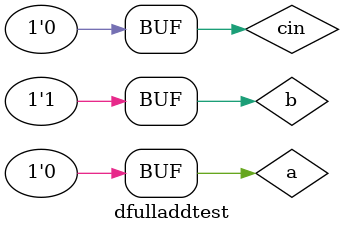
<source format=v>
`timescale 1ns / 1ps


module dfulladdtest;

	// Inputs
	reg a;
	reg b;
	reg cin;

	// Outputs
	wire s;
	wire cout;

	// Instantiate the Unit Under Test (UUT)
	dfulladd uut (
		.a(a), 
		.b(b), 
		.cin(cin), 
		.s(s), 
		.cout(cout)
	);

	initial begin
	   $monitor("%t a=%b b=%b cin=%b s=%b cout=%b",$time,a,b,cin,s,cout);
		// Initialize Inputs
		a = 0;
		b = 0;
		cin = 0;

		// Wait 100 ns for global reset to finish
		#10 a=1;b=1;cin=1;
		#10 a=0;cin=1;b=0;
		#10 cin=1;b=0;a=1;
		#15 a=1;b=1;cin=0;
		#10 a=0;b=1;cin=1;
		#10 a=0;b=1;cin=0;
		
        
		// Add stimulus here

	end
      
endmodule


</source>
